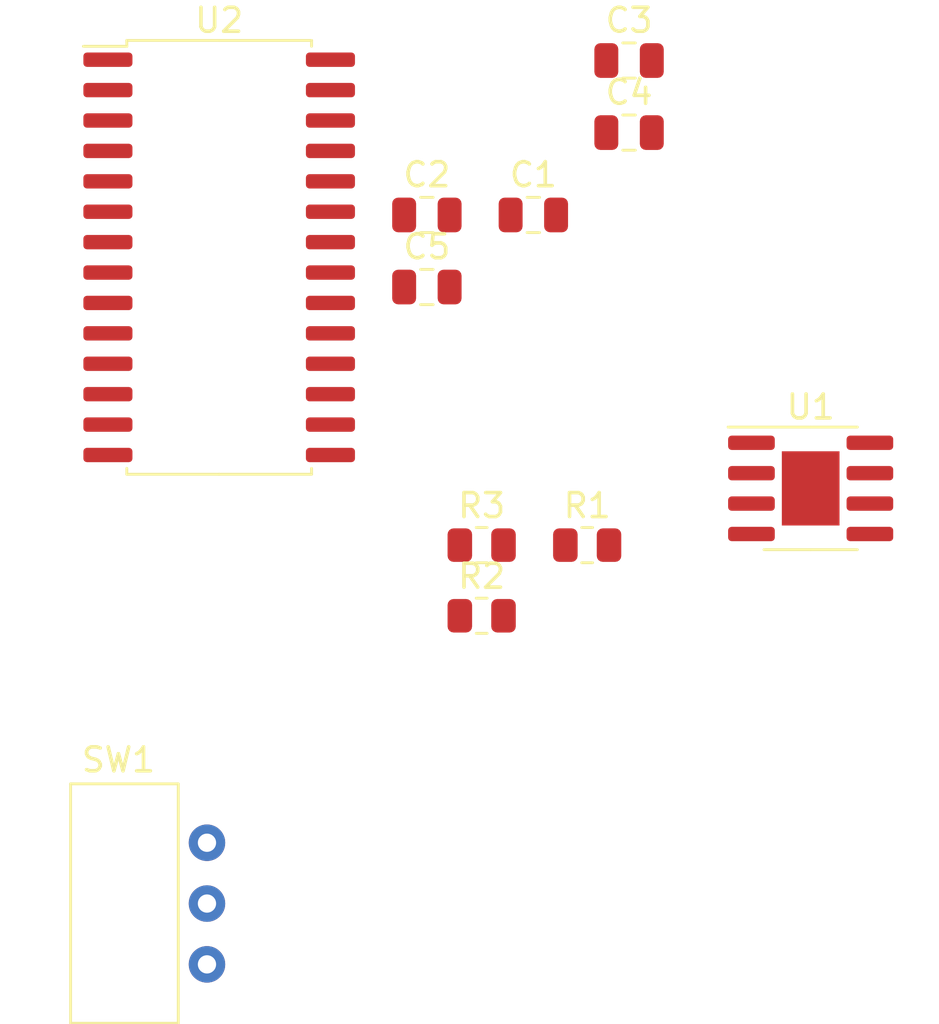
<source format=kicad_pcb>
(kicad_pcb (version 20211014) (generator pcbnew)
  (layers (0 "F.Cu" signal) (31 "B.Cu" signal) (34 "B.Paste" user) (35 "F.Paste" user) (36 "B.SilkS" user "B.Silkscreen") (37 "F.SilkS" user "F.Silkscreen") (38 "B.Mask" user) (39 "F.Mask" user) (44 "Edge.Cuts" user))
  (net 0 "")
  (net 1 "VBUS")
  (net 2 "GND")
  (net 3 "+3.3V")
  (net 27 "/EN{slash}UVLO")
  (net 28 "/PG")
  (net 29 "/EN_SWITCH")
  (footprint "Resistor_SMD:R_0805_2012Metric" (layer "F.Cu") (at 142.79 107.52)
    (fp_text reference "R2" (at 0 -1.65) (layer "F.SilkS"))
    (fp_text value "100k")
    (fp_line (start -0.227064 -0.735) (end 0.227064 -0.735) (layer "F.SilkS") (width 0.12))
    (fp_line (start -0.227064 0.735) (end 0.227064 0.735) (layer "F.SilkS") (width 0.12))
    (pad "1" smd roundrect (at -0.9125 0) (size 1.025 1.4) (layers "F.Cu" "F.Paste" "F.Mask") (roundrect_rratio 0.243902) (net 27 "/EN{slash}UVLO"))
    (pad "2" smd roundrect (at 0.9125 0) (size 1.025 1.4) (layers "F.Cu" "F.Paste" "F.Mask") (roundrect_rratio 0.243902) (net 29 "/EN_SWITCH"))
  )
  (footprint "Capacitor_SMD:C_0805_2012Metric" (layer "F.Cu") (at 140.5 93.79)
    (fp_text reference "C5" (at 0 -1.68) (layer "F.SilkS"))
    (fp_text value "1u")
    (fp_line (start -0.261252 -0.735) (end 0.261252 -0.735) (layer "F.SilkS") (width 0.12))
    (fp_line (start -0.261252 0.735) (end 0.261252 0.735) (layer "F.SilkS") (width 0.12))
    (pad "1" smd roundrect (at -0.95 0) (size 1 1.45) (layers "F.Cu" "F.Paste" "F.Mask") (net 3 "+3.3V"))
    (pad "2" smd roundrect (at 0.95 0) (size 1 1.45) (layers "F.Cu" "F.Paste" "F.Mask") (net 2 "GND"))
  )
  (footprint "Capacitor_SMD:C_0805_2012Metric" (layer "F.Cu") (at 148.95 84.33)
    (fp_text reference "C3" (at 0 -1.68) (layer "F.SilkS"))
    (fp_text value "1u")
    (fp_line (start -0.261252 -0.735) (end 0.261252 -0.735) (layer "F.SilkS") (width 0.12))
    (fp_line (start -0.261252 0.735) (end 0.261252 0.735) (layer "F.SilkS") (width 0.12))
    (pad "1" smd roundrect (at -0.95 0) (size 1 1.45) (layers "F.Cu" "F.Paste" "F.Mask") (net 3 "+3.3V"))
    (pad "2" smd roundrect (at 0.95 0) (size 1 1.45) (layers "F.Cu" "F.Paste" "F.Mask") (net 2 "GND"))
  )
  (footprint "Capacitor_SMD:C_0805_2012Metric" (layer "F.Cu") (at 144.95 90.78)
    (fp_text reference "C1" (at 0 -1.68) (layer "F.SilkS"))
    (fp_text value "1u")
    (fp_line (start -0.261252 -0.735) (end 0.261252 -0.735) (layer "F.SilkS") (width 0.12))
    (fp_line (start -0.261252 0.735) (end 0.261252 0.735) (layer "F.SilkS") (width 0.12))
    (pad "1" smd roundrect (at -0.95 0) (size 1 1.45) (layers "F.Cu" "F.Paste" "F.Mask") (net 1 "VBUS"))
    (pad "2" smd roundrect (at 0.95 0) (size 1 1.45) (layers "F.Cu" "F.Paste" "F.Mask") (net 2 "GND"))
  )
  (footprint "lib:EAO_SPDT_90_10290" (layer "F.Cu") (at 131.31 119.54 90)
    (fp_text reference "SW1" (at 6 -3.7 unlocked) (layer "F.SilkS"))
    (fp_text value "SW_SPDT")
    (fp_line (start 5 -1.2) (end 5 -5.7) (layer "F.SilkS") (width 0.12))
    (fp_line (start -5 -1.2) (end 5 -1.2) (layer "F.SilkS") (width 0.12))
    (fp_line (start 5 -5.7) (end -5 -5.7) (layer "F.SilkS") (width 0.12))
    (fp_line (start -5 -5.7) (end -5 -1.2) (layer "F.SilkS") (width 0.12))
    (pad "1" thru_hole circle (at -2.54 0 90) (size 1.524 1.524) (drill 0.762) (layers *.Cu *.Mask) (net 1 "VBUS"))
    (pad "2" thru_hole circle (at 0 0 90) (size 1.524 1.524) (drill 0.762) (layers *.Cu *.Mask) (net 29 "/EN_SWITCH"))
    (pad "3" thru_hole circle (at 2.54 0 90) (size 1.524 1.524) (drill 0.762) (layers *.Cu *.Mask) (net 2 "GND"))
  )
  (footprint "Package_SO:SOIC-28W_7.5x17.9mm_P1.27mm" (layer "F.Cu") (at 131.82 92.55)
    (fp_text reference "U2" (at 0 -9.9) (layer "F.SilkS"))
    (fp_text value "AVR128DB28-SOIC")
    (fp_line (start -3.86 -8.815) (end -5.675 -8.815) (layer "F.SilkS") (width 0.12))
    (fp_line (start -3.86 9.06) (end -3.86 8.815) (layer "F.SilkS") (width 0.12))
    (fp_line (start 3.86 -9.06) (end 3.86 -8.815) (layer "F.SilkS") (width 0.12))
    (fp_line (start 0 -9.06) (end -3.86 -9.06) (layer "F.SilkS") (width 0.12))
    (fp_line (start 3.86 9.06) (end 3.86 8.815) (layer "F.SilkS") (width 0.12))
    (fp_line (start 0 9.06) (end 3.86 9.06) (layer "F.SilkS") (width 0.12))
    (fp_line (start 0 9.06) (end -3.86 9.06) (layer "F.SilkS") (width 0.12))
    (fp_line (start 0 -9.06) (end 3.86 -9.06) (layer "F.SilkS") (width 0.12))
    (fp_line (start -3.86 -9.06) (end -3.86 -8.815) (layer "F.SilkS") (width 0.12))
    (pad "1" smd roundrect (at -4.65 -8.255) (size 2.05 0.6) (layers "F.Cu" "F.Paste" "F.Mask"))
    (pad "2" smd roundrect (at -4.65 -6.985) (size 2.05 0.6) (layers "F.Cu" "F.Paste" "F.Mask"))
    (pad "3" smd roundrect (at -4.65 -5.715) (size 2.05 0.6) (layers "F.Cu" "F.Paste" "F.Mask"))
    (pad "4" smd roundrect (at -4.65 -4.445) (size 2.05 0.6) (layers "F.Cu" "F.Paste" "F.Mask"))
    (pad "5" smd roundrect (at -4.65 -3.175) (size 2.05 0.6) (layers "F.Cu" "F.Paste" "F.Mask"))
    (pad "6" smd roundrect (at -4.65 -1.905) (size 2.05 0.6) (layers "F.Cu" "F.Paste" "F.Mask") (net 3 "+3.3V"))
    (pad "7" smd roundrect (at -4.65 -0.635) (size 2.05 0.6) (layers "F.Cu" "F.Paste" "F.Mask"))
    (pad "8" smd roundrect (at -4.65 0.635) (size 2.05 0.6) (layers "F.Cu" "F.Paste" "F.Mask"))
    (pad "9" smd roundrect (at -4.65 1.905) (size 2.05 0.6) (layers "F.Cu" "F.Paste" "F.Mask"))
    (pad "10" smd roundrect (at -4.65 3.175) (size 2.05 0.6) (layers "F.Cu" "F.Paste" "F.Mask"))
    (pad "11" smd roundrect (at -4.65 4.445) (size 2.05 0.6) (layers "F.Cu" "F.Paste" "F.Mask"))
    (pad "12" smd roundrect (at -4.65 5.715) (size 2.05 0.6) (layers "F.Cu" "F.Paste" "F.Mask"))
    (pad "13" smd roundrect (at -4.65 6.985) (size 2.05 0.6) (layers "F.Cu" "F.Paste" "F.Mask"))
    (pad "14" smd roundrect (at -4.65 8.255) (size 2.05 0.6) (layers "F.Cu" "F.Paste" "F.Mask") (net 3 "+3.3V"))
    (pad "15" smd roundrect (at 4.65 8.255) (size 2.05 0.6) (layers "F.Cu" "F.Paste" "F.Mask") (net 2 "GND"))
    (pad "16" smd roundrect (at 4.65 6.985) (size 2.05 0.6) (layers "F.Cu" "F.Paste" "F.Mask"))
    (pad "17" smd roundrect (at 4.65 5.715) (size 2.05 0.6) (layers "F.Cu" "F.Paste" "F.Mask"))
    (pad "18" smd roundrect (at 4.65 4.445) (size 2.05 0.6) (layers "F.Cu" "F.Paste" "F.Mask"))
    (pad "19" smd roundrect (at 4.65 3.175) (size 2.05 0.6) (layers "F.Cu" "F.Paste" "F.Mask"))
    (pad "20" smd roundrect (at 4.65 1.905) (size 2.05 0.6) (layers "F.Cu" "F.Paste" "F.Mask") (net 3 "+3.3V"))
    (pad "21" smd roundrect (at 4.65 0.635) (size 2.05 0.6) (layers "F.Cu" "F.Paste" "F.Mask") (net 2 "GND"))
    (pad "22" smd roundrect (at 4.65 -0.635) (size 2.05 0.6) (layers "F.Cu" "F.Paste" "F.Mask"))
    (pad "23" smd roundrect (at 4.65 -1.905) (size 2.05 0.6) (layers "F.Cu" "F.Paste" "F.Mask"))
    (pad "24" smd roundrect (at 4.65 -3.175) (size 2.05 0.6) (layers "F.Cu" "F.Paste" "F.Mask"))
    (pad "25" smd roundrect (at 4.65 -4.445) (size 2.05 0.6) (layers "F.Cu" "F.Paste" "F.Mask"))
    (pad "26" smd roundrect (at 4.65 -5.715) (size 2.05 0.6) (layers "F.Cu" "F.Paste" "F.Mask"))
    (pad "27" smd roundrect (at 4.65 -6.985) (size 2.05 0.6) (layers "F.Cu" "F.Paste" "F.Mask"))
    (pad "28" smd roundrect (at 4.65 -8.255) (size 2.05 0.6) (layers "F.Cu" "F.Paste" "F.Mask"))
  )
  (footprint "Capacitor_SMD:C_0805_2012Metric" (layer "F.Cu") (at 140.5 90.78)
    (fp_text reference "C2" (at 0 -1.68) (layer "F.SilkS"))
    (fp_text value "1u")
    (fp_line (start -0.261252 -0.735) (end 0.261252 -0.735) (layer "F.SilkS") (width 0.12))
    (fp_line (start -0.261252 0.735) (end 0.261252 0.735) (layer "F.SilkS") (width 0.12))
    (pad "1" smd roundrect (at -0.95 0) (size 1 1.45) (layers "F.Cu" "F.Paste" "F.Mask") (net 3 "+3.3V"))
    (pad "2" smd roundrect (at 0.95 0) (size 1 1.45) (layers "F.Cu" "F.Paste" "F.Mask") (net 2 "GND"))
  )
  (footprint "lib:ADP7104ARDZ" (layer "F.Cu") (at 156.54 102.2)
    (fp_text reference "U1" (at 0 -3.4) (layer "F.SilkS"))
    (fp_text value "ADP7104ARDZ")
    (fp_line (start 0 2.56) (end 1.95 2.56) (layer "F.SilkS") (width 0.12))
    (fp_line (start 0 -2.56) (end -3.45 -2.56) (layer "F.SilkS") (width 0.12))
    (fp_line (start 0 -2.56) (end 1.95 -2.56) (layer "F.SilkS") (width 0.12))
    (fp_line (start 0 2.56) (end -1.95 2.56) (layer "F.SilkS") (width 0.12))
    (pad "1" smd roundrect (at -2.475 -1.905) (size 1.95 0.6) (layers "F.Cu" "F.Paste" "F.Mask") (net 3 "+3.3V"))
    (pad "2" smd roundrect (at -2.475 -0.635) (size 1.95 0.6) (layers "F.Cu" "F.Paste" "F.Mask") (net 3 "+3.3V"))
    (pad "3" smd roundrect (at -2.475 0.635) (size 1.95 0.6) (layers "F.Cu" "F.Paste" "F.Mask") (net 2 "GND"))
    (pad "4" smd roundrect (at -2.475 1.905) (size 1.95 0.6) (layers "F.Cu" "F.Paste" "F.Mask"))
    (pad "5" smd roundrect (at 2.475 1.905) (size 1.95 0.6) (layers "F.Cu" "F.Paste" "F.Mask") (net 27 "/EN{slash}UVLO"))
    (pad "6" smd roundrect (at 2.475 0.635) (size 1.95 0.6) (layers "F.Cu" "F.Paste" "F.Mask") (net 2 "GND"))
    (pad "7" smd roundrect (at 2.475 -0.635) (size 1.95 0.6) (layers "F.Cu" "F.Paste" "F.Mask") (net 28 "/PG"))
    (pad "8" smd roundrect (at 2.475 -1.905) (size 1.95 0.6) (layers "F.Cu" "F.Paste" "F.Mask") (net 1 "VBUS"))
    (pad "9" smd rect (at 0 0) (size 2.41 3.1) (layers "F.Cu" "F.Mask") (net 2 "GND"))
  )
  (footprint "Resistor_SMD:R_0805_2012Metric" (layer "F.Cu") (at 142.79 104.57)
    (fp_text reference "R3" (at 0 -1.65) (layer "F.SilkS"))
    (fp_text value "100k")
    (fp_line (start -0.227064 0.735) (end 0.227064 0.735) (layer "F.SilkS") (width 0.12))
    (fp_line (start -0.227064 -0.735) (end 0.227064 -0.735) (layer "F.SilkS") (width 0.12))
    (pad "1" smd roundrect (at -0.9125 0) (size 1.025 1.4) (layers "F.Cu" "F.Paste" "F.Mask") (roundrect_rratio 0.243902) (net 3 "+3.3V"))
    (pad "2" smd roundrect (at 0.9125 0) (size 1.025 1.4) (layers "F.Cu" "F.Paste" "F.Mask") (roundrect_rratio 0.243902) (net 28 "/PG"))
  )
  (footprint "Capacitor_SMD:C_0805_2012Metric" (layer "F.Cu") (at 148.95 87.34)
    (fp_text reference "C4" (at 0 -1.68) (layer "F.SilkS"))
    (fp_text value "1u")
    (fp_line (start -0.261252 -0.735) (end 0.261252 -0.735) (layer "F.SilkS") (width 0.12))
    (fp_line (start -0.261252 0.735) (end 0.261252 0.735) (layer "F.SilkS") (width 0.12))
    (pad "1" smd roundrect (at -0.95 0) (size 1 1.45) (layers "F.Cu" "F.Paste" "F.Mask") (net 3 "+3.3V"))
    (pad "2" smd roundrect (at 0.95 0) (size 1 1.45) (layers "F.Cu" "F.Paste" "F.Mask") (net 2 "GND"))
  )
  (footprint "Resistor_SMD:R_0805_2012Metric" (layer "F.Cu") (at 147.2 104.57)
    (fp_text reference "R1" (at 0 -1.65) (layer "F.SilkS"))
    (fp_text value "100k")
    (fp_line (start -0.227064 0.735) (end 0.227064 0.735) (layer "F.SilkS") (width 0.12))
    (fp_line (start -0.227064 -0.735) (end 0.227064 -0.735) (layer "F.SilkS") (width 0.12))
    (pad "1" smd roundrect locked (at -0.9125 0) (size 1.025 1.4) (layers "F.Cu" "F.Paste" "F.Mask") (roundrect_rratio 0.243902) (net 27 "/EN{slash}UVLO"))
    (pad "2" smd roundrect locked (at 0.9125 0) (size 1.025 1.4) (layers "F.Cu" "F.Paste" "F.Mask") (roundrect_rratio 0.243902) (net 2 "GND"))
  )
)
</source>
